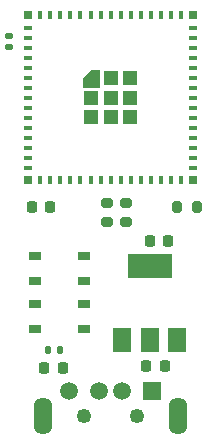
<source format=gbr>
%TF.GenerationSoftware,KiCad,Pcbnew,(6.0.7)*%
%TF.CreationDate,2023-02-07T19:22:30-08:00*%
%TF.ProjectId,ESP_Module,4553505f-4d6f-4647-956c-652e6b696361,rev?*%
%TF.SameCoordinates,Original*%
%TF.FileFunction,Soldermask,Top*%
%TF.FilePolarity,Negative*%
%FSLAX46Y46*%
G04 Gerber Fmt 4.6, Leading zero omitted, Abs format (unit mm)*
G04 Created by KiCad (PCBNEW (6.0.7)) date 2023-02-07 19:22:30*
%MOMM*%
%LPD*%
G01*
G04 APERTURE LIST*
G04 Aperture macros list*
%AMRoundRect*
0 Rectangle with rounded corners*
0 $1 Rounding radius*
0 $2 $3 $4 $5 $6 $7 $8 $9 X,Y pos of 4 corners*
0 Add a 4 corners polygon primitive as box body*
4,1,4,$2,$3,$4,$5,$6,$7,$8,$9,$2,$3,0*
0 Add four circle primitives for the rounded corners*
1,1,$1+$1,$2,$3*
1,1,$1+$1,$4,$5*
1,1,$1+$1,$6,$7*
1,1,$1+$1,$8,$9*
0 Add four rect primitives between the rounded corners*
20,1,$1+$1,$2,$3,$4,$5,0*
20,1,$1+$1,$4,$5,$6,$7,0*
20,1,$1+$1,$6,$7,$8,$9,0*
20,1,$1+$1,$8,$9,$2,$3,0*%
G04 Aperture macros list end*
%ADD10C,0.010000*%
%ADD11R,1.050000X0.650000*%
%ADD12RoundRect,0.225000X-0.225000X-0.250000X0.225000X-0.250000X0.225000X0.250000X-0.225000X0.250000X0*%
%ADD13RoundRect,0.135000X0.135000X0.185000X-0.135000X0.185000X-0.135000X-0.185000X0.135000X-0.185000X0*%
%ADD14RoundRect,0.200000X-0.275000X0.200000X-0.275000X-0.200000X0.275000X-0.200000X0.275000X0.200000X0*%
%ADD15RoundRect,0.225000X0.225000X0.250000X-0.225000X0.250000X-0.225000X-0.250000X0.225000X-0.250000X0*%
%ADD16RoundRect,0.218750X0.218750X0.256250X-0.218750X0.256250X-0.218750X-0.256250X0.218750X-0.256250X0*%
%ADD17R,0.800000X0.400000*%
%ADD18R,0.400000X0.800000*%
%ADD19R,1.200000X1.200000*%
%ADD20R,0.800000X0.800000*%
%ADD21RoundRect,0.140000X0.170000X-0.140000X0.170000X0.140000X-0.170000X0.140000X-0.170000X-0.140000X0*%
%ADD22R,1.500000X2.000000*%
%ADD23R,3.800000X2.000000*%
%ADD24RoundRect,0.200000X-0.200000X-0.275000X0.200000X-0.275000X0.200000X0.275000X-0.200000X0.275000X0*%
%ADD25C,1.250000*%
%ADD26R,1.508000X1.508000*%
%ADD27C,1.508000*%
%ADD28O,1.575000X3.150000*%
G04 APERTURE END LIST*
%TO.C,U2*%
G36*
X155768000Y-74742000D02*
G01*
X154368000Y-74742000D01*
X154368000Y-73992000D01*
X155018000Y-73342000D01*
X155768000Y-73342000D01*
X155768000Y-74742000D01*
G37*
D10*
X155768000Y-74742000D02*
X154368000Y-74742000D01*
X154368000Y-73992000D01*
X155018000Y-73342000D01*
X155768000Y-73342000D01*
X155768000Y-74742000D01*
G36*
X155768000Y-74742000D02*
G01*
X154368000Y-74742000D01*
X154368000Y-73992000D01*
X155018000Y-73342000D01*
X155768000Y-73342000D01*
X155768000Y-74742000D01*
G37*
X155768000Y-74742000D02*
X154368000Y-74742000D01*
X154368000Y-73992000D01*
X155018000Y-73342000D01*
X155768000Y-73342000D01*
X155768000Y-74742000D01*
%TD*%
D11*
%TO.C,SW1*%
X150325000Y-93159000D03*
X154475000Y-93159000D03*
X150325000Y-95309000D03*
X154475000Y-95309000D03*
%TD*%
%TO.C,SW2*%
X150325000Y-89095000D03*
X154475000Y-89095000D03*
X154475000Y-91245000D03*
X150325000Y-91245000D03*
%TD*%
D12*
%TO.C,C1*%
X160025000Y-87800000D03*
X161575000Y-87800000D03*
%TD*%
D13*
%TO.C,R6*%
X152402000Y-97028000D03*
X151382000Y-97028000D03*
%TD*%
D14*
%TO.C,R2*%
X158000000Y-84575000D03*
X158000000Y-86225000D03*
%TD*%
%TO.C,R1*%
X156400000Y-84575000D03*
X156400000Y-86225000D03*
%TD*%
D15*
%TO.C,C3*%
X161303000Y-98400000D03*
X159753000Y-98400000D03*
%TD*%
D16*
%TO.C,D1*%
X152679500Y-98552000D03*
X151104500Y-98552000D03*
%TD*%
D17*
%TO.C,U2*%
X149718000Y-69742000D03*
X149718000Y-70592000D03*
X149718000Y-71442000D03*
X149718000Y-72292000D03*
X149718000Y-73142000D03*
X149718000Y-73992000D03*
X149718000Y-74842000D03*
X149718000Y-75692000D03*
X149718000Y-76542000D03*
X149718000Y-77392000D03*
X149718000Y-78242000D03*
X149718000Y-79092000D03*
X149718000Y-79942000D03*
X149718000Y-80792000D03*
X149718000Y-81642000D03*
D18*
X150768000Y-82692000D03*
X151618000Y-82692000D03*
X152468000Y-82692000D03*
X153318000Y-82692000D03*
X154168000Y-82692000D03*
X155018000Y-82692000D03*
X155868000Y-82692000D03*
X156718000Y-82692000D03*
X157568000Y-82692000D03*
X158418000Y-82692000D03*
X159268000Y-82692000D03*
X160118000Y-82692000D03*
X160968000Y-82692000D03*
X161818000Y-82692000D03*
X162668000Y-82692000D03*
D17*
X163718000Y-81642000D03*
X163718000Y-80792000D03*
X163718000Y-79942000D03*
X163718000Y-79092000D03*
X163718000Y-78242000D03*
X163718000Y-77392000D03*
X163718000Y-76542000D03*
X163718000Y-75692000D03*
X163718000Y-74842000D03*
X163718000Y-73992000D03*
X163718000Y-73142000D03*
X163718000Y-72292000D03*
X163718000Y-71442000D03*
X163718000Y-70592000D03*
X163718000Y-69742000D03*
D18*
X162668000Y-68692000D03*
X161818000Y-68692000D03*
X160968000Y-68692000D03*
X160118000Y-68692000D03*
X159268000Y-68692000D03*
X158418000Y-68692000D03*
X157568000Y-68692000D03*
X156718000Y-68692000D03*
X155868000Y-68692000D03*
X155018000Y-68692000D03*
X154168000Y-68692000D03*
X153318000Y-68692000D03*
X152468000Y-68692000D03*
X151618000Y-68692000D03*
X150768000Y-68692000D03*
D19*
X156718000Y-75692000D03*
X156718000Y-74042000D03*
X158368000Y-74042000D03*
X158368000Y-75692000D03*
X158368000Y-77342000D03*
X156718000Y-77342000D03*
X155068000Y-77342000D03*
X155068000Y-75692000D03*
D20*
X149718000Y-68692000D03*
X149718000Y-82692000D03*
X163718000Y-82692000D03*
X163718000Y-68692000D03*
%TD*%
D21*
%TO.C,C2*%
X148082000Y-71380000D03*
X148082000Y-70420000D03*
%TD*%
D22*
%TO.C,U1*%
X157720000Y-96222000D03*
D23*
X160020000Y-89922000D03*
D22*
X160020000Y-96222000D03*
X162320000Y-96222000D03*
%TD*%
D24*
%TO.C,R3*%
X162375000Y-84900000D03*
X164025000Y-84900000D03*
%TD*%
D25*
%TO.C,J1*%
X154468000Y-102616000D03*
X158968000Y-102616000D03*
D26*
X160218000Y-100516000D03*
D27*
X157718000Y-100516000D03*
X155718000Y-100516000D03*
X153218000Y-100516000D03*
D28*
X162418000Y-102616000D03*
X151018000Y-102616000D03*
%TD*%
D15*
%TO.C,C4*%
X151575000Y-84900000D03*
X150025000Y-84900000D03*
%TD*%
M02*

</source>
